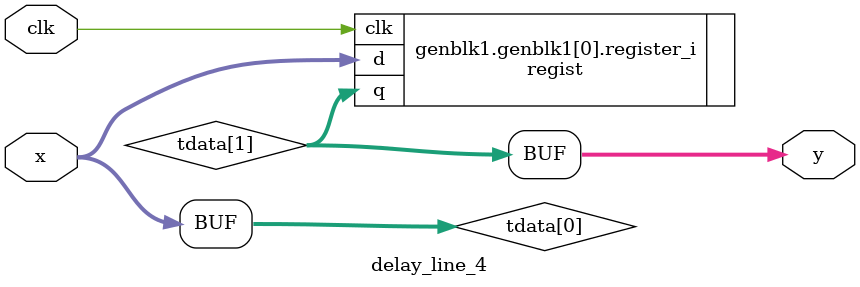
<source format=v>
`timescale 1ns / 1ps


module delay_line_4
#(
    parameter DELAY = 1,
    parameter N = 36
)

(
    input clk,
    input [N-1:0]x,
    output [N-1:0]y
);

wire [N-1:0] tdata [DELAY:0];

genvar i;

generate

    if(DELAY>0)
    begin
    
        for(i=0;i<DELAY;i=i+1)
        begin
            regist register_i (
                .clk(clk),
                .d(tdata[i]),
                .q(tdata[i+1])
            );
        end
    
    end
    
    

endgenerate

if(DELAY>0)
begin
    assign tdata[0]=x;
    assign y=tdata[DELAY];
end
else assign y=x;

endmodule

</source>
